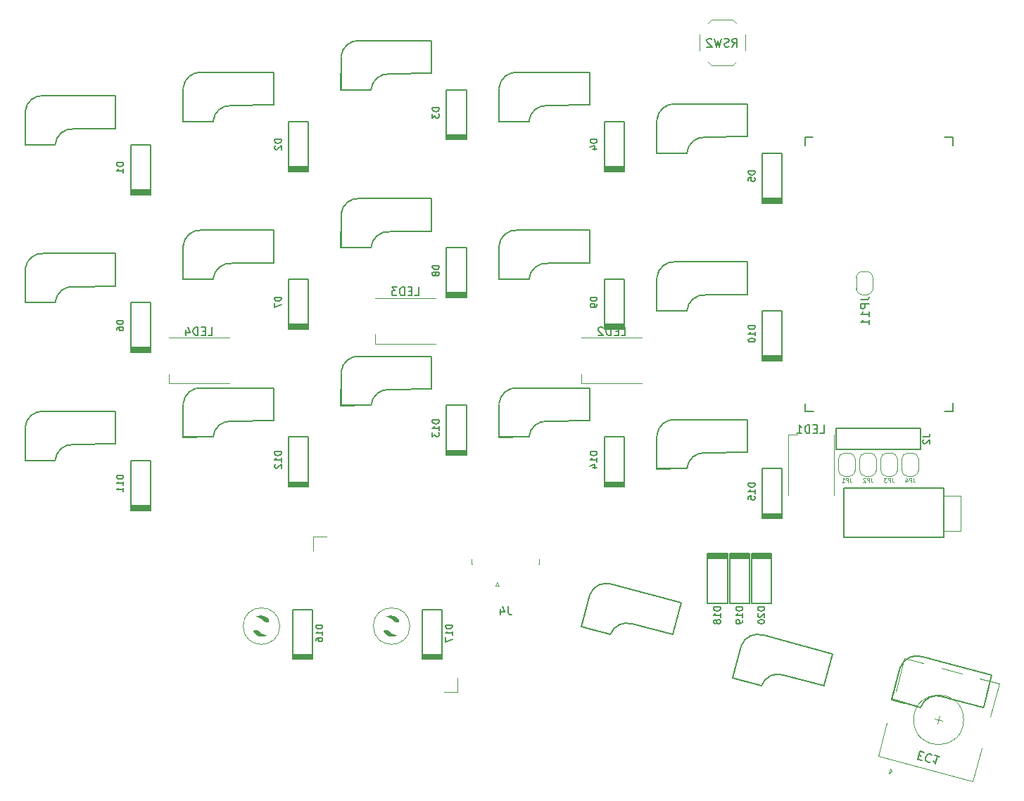
<source format=gbo>
G04 #@! TF.GenerationSoftware,KiCad,Pcbnew,(6.0.6-0)*
G04 #@! TF.CreationDate,2022-07-14T23:53:09+08:00*
G04 #@! TF.ProjectId,thrfv,74687266-762e-46b6-9963-61645f706362,rev?*
G04 #@! TF.SameCoordinates,Original*
G04 #@! TF.FileFunction,Legend,Bot*
G04 #@! TF.FilePolarity,Positive*
%FSLAX46Y46*%
G04 Gerber Fmt 4.6, Leading zero omitted, Abs format (unit mm)*
G04 Created by KiCad (PCBNEW (6.0.6-0)) date 2022-07-14 23:53:09*
%MOMM*%
%LPD*%
G01*
G04 APERTURE LIST*
%ADD10C,0.150000*%
%ADD11C,0.100000*%
%ADD12C,0.200000*%
%ADD13C,0.120000*%
G04 APERTURE END LIST*
D10*
X170831985Y-108851417D02*
X170031985Y-108851417D01*
X170031985Y-109041893D01*
X170070081Y-109156179D01*
X170146271Y-109232369D01*
X170222461Y-109270465D01*
X170374842Y-109308560D01*
X170489128Y-109308560D01*
X170641509Y-109270465D01*
X170717700Y-109232369D01*
X170793890Y-109156179D01*
X170831985Y-109041893D01*
X170831985Y-108851417D01*
X170831985Y-110070465D02*
X170831985Y-109613322D01*
X170831985Y-109841893D02*
X170031985Y-109841893D01*
X170146271Y-109765703D01*
X170222461Y-109689512D01*
X170260557Y-109613322D01*
X170298652Y-110756179D02*
X170831985Y-110756179D01*
X169993890Y-110565703D02*
X170565319Y-110375226D01*
X170565319Y-110870465D01*
X209539598Y-145412474D02*
X209861573Y-145498747D01*
X210135134Y-145029760D02*
X209675170Y-144906513D01*
X209416351Y-145872439D01*
X209876315Y-145995686D01*
X211076411Y-145380572D02*
X211042739Y-145322251D01*
X210917074Y-145239280D01*
X210825081Y-145214631D01*
X210674767Y-145223653D01*
X210558125Y-145290997D01*
X210487479Y-145370665D01*
X210392184Y-145542326D01*
X210355209Y-145680316D01*
X210351907Y-145876626D01*
X210373254Y-145980944D01*
X210440598Y-146097586D01*
X210566262Y-146180557D01*
X210658255Y-146205206D01*
X210808569Y-146196184D01*
X210866891Y-146162512D01*
X212020989Y-145535074D02*
X211469032Y-145387177D01*
X211745011Y-145461125D02*
X211486192Y-146427051D01*
X211431173Y-146264412D01*
X211363829Y-146147770D01*
X211284161Y-146077124D01*
X170831985Y-90231969D02*
X170031985Y-90231969D01*
X170031985Y-90422446D01*
X170070081Y-90536731D01*
X170146271Y-90612922D01*
X170222461Y-90651017D01*
X170374842Y-90689112D01*
X170489128Y-90689112D01*
X170641509Y-90651017D01*
X170717700Y-90612922D01*
X170793890Y-90536731D01*
X170831985Y-90422446D01*
X170831985Y-90231969D01*
X170831985Y-91070065D02*
X170831985Y-91222446D01*
X170793890Y-91298636D01*
X170755795Y-91336731D01*
X170641509Y-91412922D01*
X170489128Y-91451017D01*
X170184366Y-91451017D01*
X170108176Y-91412922D01*
X170070081Y-91374826D01*
X170031985Y-91298636D01*
X170031985Y-91146255D01*
X170070081Y-91070065D01*
X170108176Y-91031969D01*
X170184366Y-90993874D01*
X170374842Y-90993874D01*
X170451033Y-91031969D01*
X170489128Y-91070065D01*
X170527223Y-91146255D01*
X170527223Y-91298636D01*
X170489128Y-91374826D01*
X170451033Y-91412922D01*
X170374842Y-91451017D01*
X185666892Y-127542884D02*
X184866892Y-127542884D01*
X184866892Y-127733360D01*
X184904988Y-127847646D01*
X184981178Y-127923836D01*
X185057368Y-127961932D01*
X185209749Y-128000027D01*
X185324035Y-128000027D01*
X185476416Y-127961932D01*
X185552607Y-127923836D01*
X185628797Y-127847646D01*
X185666892Y-127733360D01*
X185666892Y-127542884D01*
X185666892Y-128761932D02*
X185666892Y-128304789D01*
X185666892Y-128533360D02*
X184866892Y-128533360D01*
X184981178Y-128457170D01*
X185057368Y-128380979D01*
X185095464Y-128304789D01*
X185209749Y-129219074D02*
X185171654Y-129142884D01*
X185133559Y-129104789D01*
X185057368Y-129066693D01*
X185019273Y-129066693D01*
X184943083Y-129104789D01*
X184904988Y-129142884D01*
X184866892Y-129219074D01*
X184866892Y-129371455D01*
X184904988Y-129447646D01*
X184943083Y-129485741D01*
X185019273Y-129523836D01*
X185057368Y-129523836D01*
X185133559Y-129485741D01*
X185171654Y-129447646D01*
X185209749Y-129371455D01*
X185209749Y-129219074D01*
X185247845Y-129142884D01*
X185285940Y-129104789D01*
X185362130Y-129066693D01*
X185514511Y-129066693D01*
X185590702Y-129104789D01*
X185628797Y-129142884D01*
X185666892Y-129219074D01*
X185666892Y-129371455D01*
X185628797Y-129447646D01*
X185590702Y-129485741D01*
X185514511Y-129523836D01*
X185362130Y-129523836D01*
X185285940Y-129485741D01*
X185247845Y-129447646D01*
X185209749Y-129371455D01*
X197637409Y-106615099D02*
X198113600Y-106615099D01*
X198113600Y-105615099D01*
X197304076Y-106091290D02*
X196970742Y-106091290D01*
X196827885Y-106615099D02*
X197304076Y-106615099D01*
X197304076Y-105615099D01*
X196827885Y-105615099D01*
X196399314Y-106615099D02*
X196399314Y-105615099D01*
X196161219Y-105615099D01*
X196018362Y-105662719D01*
X195923123Y-105757957D01*
X195875504Y-105853195D01*
X195827885Y-106043671D01*
X195827885Y-106186528D01*
X195875504Y-106377004D01*
X195923123Y-106472242D01*
X196018362Y-106567480D01*
X196161219Y-106615099D01*
X196399314Y-106615099D01*
X194875504Y-106615099D02*
X195446933Y-106615099D01*
X195161219Y-106615099D02*
X195161219Y-105615099D01*
X195256457Y-105757957D01*
X195351695Y-105853195D01*
X195446933Y-105900814D01*
X132832385Y-108850817D02*
X132032385Y-108850817D01*
X132032385Y-109041293D01*
X132070481Y-109155579D01*
X132146671Y-109231769D01*
X132222861Y-109269865D01*
X132375242Y-109307960D01*
X132489528Y-109307960D01*
X132641909Y-109269865D01*
X132718100Y-109231769D01*
X132794290Y-109155579D01*
X132832385Y-109041293D01*
X132832385Y-108850817D01*
X132832385Y-110069865D02*
X132832385Y-109612722D01*
X132832385Y-109841293D02*
X132032385Y-109841293D01*
X132146671Y-109765103D01*
X132222861Y-109688912D01*
X132260957Y-109612722D01*
X132108576Y-110374626D02*
X132070481Y-110412722D01*
X132032385Y-110488912D01*
X132032385Y-110679388D01*
X132070481Y-110755579D01*
X132108576Y-110793674D01*
X132184766Y-110831769D01*
X132260957Y-110831769D01*
X132375242Y-110793674D01*
X132832385Y-110336531D01*
X132832385Y-110831769D01*
X170831985Y-71232009D02*
X170031985Y-71232009D01*
X170031985Y-71422486D01*
X170070081Y-71536771D01*
X170146271Y-71612962D01*
X170222461Y-71651057D01*
X170374842Y-71689152D01*
X170489128Y-71689152D01*
X170641509Y-71651057D01*
X170717700Y-71612962D01*
X170793890Y-71536771D01*
X170831985Y-71422486D01*
X170831985Y-71232009D01*
X170298652Y-72374866D02*
X170831985Y-72374866D01*
X169993890Y-72184390D02*
X170565319Y-71993914D01*
X170565319Y-72489152D01*
X189831683Y-93661417D02*
X189031683Y-93661417D01*
X189031683Y-93851893D01*
X189069779Y-93966179D01*
X189145969Y-94042369D01*
X189222159Y-94080465D01*
X189374540Y-94118560D01*
X189488826Y-94118560D01*
X189641207Y-94080465D01*
X189717398Y-94042369D01*
X189793588Y-93966179D01*
X189831683Y-93851893D01*
X189831683Y-93661417D01*
X189831683Y-94880465D02*
X189831683Y-94423322D01*
X189831683Y-94651893D02*
X189031683Y-94651893D01*
X189145969Y-94575703D01*
X189222159Y-94499512D01*
X189260255Y-94423322D01*
X189031683Y-95375703D02*
X189031683Y-95451893D01*
X189069779Y-95528084D01*
X189107874Y-95566179D01*
X189184064Y-95604274D01*
X189336445Y-95642369D01*
X189526921Y-95642369D01*
X189679302Y-95604274D01*
X189755493Y-95566179D01*
X189793588Y-95528084D01*
X189831683Y-95451893D01*
X189831683Y-95375703D01*
X189793588Y-95299512D01*
X189755493Y-95261417D01*
X189679302Y-95223322D01*
X189526921Y-95185226D01*
X189336445Y-95185226D01*
X189184064Y-95223322D01*
X189107874Y-95261417D01*
X189069779Y-95299512D01*
X189031683Y-95375703D01*
X151831785Y-67421809D02*
X151031785Y-67421809D01*
X151031785Y-67612286D01*
X151069881Y-67726571D01*
X151146071Y-67802762D01*
X151222261Y-67840857D01*
X151374642Y-67878952D01*
X151488928Y-67878952D01*
X151641309Y-67840857D01*
X151717500Y-67802762D01*
X151793690Y-67726571D01*
X151831785Y-67612286D01*
X151831785Y-67421809D01*
X151031785Y-68145619D02*
X151031785Y-68640857D01*
X151336547Y-68374190D01*
X151336547Y-68488476D01*
X151374642Y-68564666D01*
X151412738Y-68602762D01*
X151488928Y-68640857D01*
X151679404Y-68640857D01*
X151755595Y-68602762D01*
X151793690Y-68564666D01*
X151831785Y-68488476D01*
X151831785Y-68259905D01*
X151793690Y-68183714D01*
X151755595Y-68145619D01*
X189831683Y-112661417D02*
X189031683Y-112661417D01*
X189031683Y-112851893D01*
X189069779Y-112966179D01*
X189145969Y-113042369D01*
X189222159Y-113080465D01*
X189374540Y-113118560D01*
X189488826Y-113118560D01*
X189641207Y-113080465D01*
X189717398Y-113042369D01*
X189793588Y-112966179D01*
X189831683Y-112851893D01*
X189831683Y-112661417D01*
X189831683Y-113880465D02*
X189831683Y-113423322D01*
X189831683Y-113651893D02*
X189031683Y-113651893D01*
X189145969Y-113575703D01*
X189222159Y-113499512D01*
X189260255Y-113423322D01*
X189031683Y-114604274D02*
X189031683Y-114223322D01*
X189412636Y-114185226D01*
X189374540Y-114223322D01*
X189336445Y-114299512D01*
X189336445Y-114489988D01*
X189374540Y-114566179D01*
X189412636Y-114604274D01*
X189488826Y-114642369D01*
X189679302Y-114642369D01*
X189755493Y-114604274D01*
X189793588Y-114566179D01*
X189831683Y-114489988D01*
X189831683Y-114299512D01*
X189793588Y-114223322D01*
X189755493Y-114185226D01*
X210043257Y-107034785D02*
X210623828Y-107034785D01*
X210739942Y-106996080D01*
X210817352Y-106918671D01*
X210856057Y-106802557D01*
X210856057Y-106725147D01*
X210120666Y-107383128D02*
X210081962Y-107421833D01*
X210043257Y-107499242D01*
X210043257Y-107692766D01*
X210081962Y-107770176D01*
X210120666Y-107808880D01*
X210198076Y-107847585D01*
X210275485Y-107847585D01*
X210391600Y-107808880D01*
X210856057Y-107344423D01*
X210856057Y-107847585D01*
X189831812Y-75042925D02*
X189031812Y-75042925D01*
X189031812Y-75233402D01*
X189069908Y-75347687D01*
X189146098Y-75423878D01*
X189222288Y-75461973D01*
X189374669Y-75500068D01*
X189488955Y-75500068D01*
X189641336Y-75461973D01*
X189717527Y-75423878D01*
X189793717Y-75347687D01*
X189831812Y-75233402D01*
X189831812Y-75042925D01*
X189031812Y-76223878D02*
X189031812Y-75842925D01*
X189412765Y-75804830D01*
X189374669Y-75842925D01*
X189336574Y-75919116D01*
X189336574Y-76109592D01*
X189374669Y-76185782D01*
X189412765Y-76223878D01*
X189488955Y-76261973D01*
X189679431Y-76261973D01*
X189755622Y-76223878D01*
X189793717Y-76185782D01*
X189831812Y-76109592D01*
X189831812Y-75919116D01*
X189793717Y-75842925D01*
X189755622Y-75804830D01*
X153408892Y-129699721D02*
X152608892Y-129699721D01*
X152608892Y-129890197D01*
X152646988Y-130004483D01*
X152723178Y-130080673D01*
X152799368Y-130118769D01*
X152951749Y-130156864D01*
X153066035Y-130156864D01*
X153218416Y-130118769D01*
X153294607Y-130080673D01*
X153370797Y-130004483D01*
X153408892Y-129890197D01*
X153408892Y-129699721D01*
X153408892Y-130918769D02*
X153408892Y-130461626D01*
X153408892Y-130690197D02*
X152608892Y-130690197D01*
X152723178Y-130614007D01*
X152799368Y-130537816D01*
X152837464Y-130461626D01*
X152608892Y-131185435D02*
X152608892Y-131718769D01*
X153408892Y-131375911D01*
X137787892Y-129699721D02*
X136987892Y-129699721D01*
X136987892Y-129890197D01*
X137025988Y-130004483D01*
X137102178Y-130080673D01*
X137178368Y-130118769D01*
X137330749Y-130156864D01*
X137445035Y-130156864D01*
X137597416Y-130118769D01*
X137673607Y-130080673D01*
X137749797Y-130004483D01*
X137787892Y-129890197D01*
X137787892Y-129699721D01*
X137787892Y-130918769D02*
X137787892Y-130461626D01*
X137787892Y-130690197D02*
X136987892Y-130690197D01*
X137102178Y-130614007D01*
X137178368Y-130537816D01*
X137216464Y-130461626D01*
X136987892Y-131604483D02*
X136987892Y-131452102D01*
X137025988Y-131375911D01*
X137064083Y-131337816D01*
X137178368Y-131261626D01*
X137330749Y-131223530D01*
X137635511Y-131223530D01*
X137711702Y-131261626D01*
X137749797Y-131299721D01*
X137787892Y-131375911D01*
X137787892Y-131528292D01*
X137749797Y-131604483D01*
X137711702Y-131642578D01*
X137635511Y-131680673D01*
X137445035Y-131680673D01*
X137368845Y-131642578D01*
X137330749Y-131604483D01*
X137292654Y-131528292D01*
X137292654Y-131375911D01*
X137330749Y-131299721D01*
X137368845Y-131261626D01*
X137445035Y-131223530D01*
X113832185Y-111661017D02*
X113032185Y-111661017D01*
X113032185Y-111851493D01*
X113070281Y-111965779D01*
X113146471Y-112041969D01*
X113222661Y-112080065D01*
X113375042Y-112118160D01*
X113489328Y-112118160D01*
X113641709Y-112080065D01*
X113717900Y-112041969D01*
X113794090Y-111965779D01*
X113832185Y-111851493D01*
X113832185Y-111661017D01*
X113832185Y-112880065D02*
X113832185Y-112422922D01*
X113832185Y-112651493D02*
X113032185Y-112651493D01*
X113146471Y-112575303D01*
X113222661Y-112499112D01*
X113260757Y-112422922D01*
X113832185Y-113641969D02*
X113832185Y-113184826D01*
X113832185Y-113413398D02*
X113032185Y-113413398D01*
X113146471Y-113337207D01*
X113222661Y-113261017D01*
X113260757Y-113184826D01*
X124053609Y-94834699D02*
X124529800Y-94834699D01*
X124529800Y-93834699D01*
X123720276Y-94310890D02*
X123386942Y-94310890D01*
X123244085Y-94834699D02*
X123720276Y-94834699D01*
X123720276Y-93834699D01*
X123244085Y-93834699D01*
X122815514Y-94834699D02*
X122815514Y-93834699D01*
X122577419Y-93834699D01*
X122434562Y-93882319D01*
X122339323Y-93977557D01*
X122291704Y-94072795D01*
X122244085Y-94263271D01*
X122244085Y-94406128D01*
X122291704Y-94596604D01*
X122339323Y-94691842D01*
X122434562Y-94787080D01*
X122577419Y-94834699D01*
X122815514Y-94834699D01*
X121386942Y-94168033D02*
X121386942Y-94834699D01*
X121625038Y-93787080D02*
X121863133Y-94501366D01*
X121244085Y-94501366D01*
X132832385Y-90232169D02*
X132032385Y-90232169D01*
X132032385Y-90422646D01*
X132070481Y-90536931D01*
X132146671Y-90613122D01*
X132222861Y-90651217D01*
X132375242Y-90689312D01*
X132489528Y-90689312D01*
X132641909Y-90651217D01*
X132718100Y-90613122D01*
X132794290Y-90536931D01*
X132832385Y-90422646D01*
X132832385Y-90232169D01*
X132032385Y-90955979D02*
X132032385Y-91489312D01*
X132832385Y-91146455D01*
X113832185Y-93041569D02*
X113032185Y-93041569D01*
X113032185Y-93232046D01*
X113070281Y-93346331D01*
X113146471Y-93422522D01*
X113222661Y-93460617D01*
X113375042Y-93498712D01*
X113489328Y-93498712D01*
X113641709Y-93460617D01*
X113717900Y-93422522D01*
X113794090Y-93346331D01*
X113832185Y-93232046D01*
X113832185Y-93041569D01*
X113032185Y-94184426D02*
X113032185Y-94032046D01*
X113070281Y-93955855D01*
X113108376Y-93917760D01*
X113222661Y-93841569D01*
X113375042Y-93803474D01*
X113679804Y-93803474D01*
X113755995Y-93841569D01*
X113794090Y-93879665D01*
X113832185Y-93955855D01*
X113832185Y-94108236D01*
X113794090Y-94184426D01*
X113755995Y-94222522D01*
X113679804Y-94260617D01*
X113489328Y-94260617D01*
X113413138Y-94222522D01*
X113375042Y-94184426D01*
X113336947Y-94108236D01*
X113336947Y-93955855D01*
X113375042Y-93879665D01*
X113413138Y-93841569D01*
X113489328Y-93803474D01*
X188325561Y-127542884D02*
X187525561Y-127542884D01*
X187525561Y-127733360D01*
X187563657Y-127847646D01*
X187639847Y-127923836D01*
X187716037Y-127961932D01*
X187868418Y-128000027D01*
X187982704Y-128000027D01*
X188135085Y-127961932D01*
X188211276Y-127923836D01*
X188287466Y-127847646D01*
X188325561Y-127733360D01*
X188325561Y-127542884D01*
X188325561Y-128761932D02*
X188325561Y-128304789D01*
X188325561Y-128533360D02*
X187525561Y-128533360D01*
X187639847Y-128457170D01*
X187716037Y-128380979D01*
X187754133Y-128304789D01*
X188325561Y-129142884D02*
X188325561Y-129295265D01*
X188287466Y-129371455D01*
X188249371Y-129409551D01*
X188135085Y-129485741D01*
X187982704Y-129523836D01*
X187677942Y-129523836D01*
X187601752Y-129485741D01*
X187563657Y-129447646D01*
X187525561Y-129371455D01*
X187525561Y-129219074D01*
X187563657Y-129142884D01*
X187601752Y-129104789D01*
X187677942Y-129066693D01*
X187868418Y-129066693D01*
X187944609Y-129104789D01*
X187982704Y-129142884D01*
X188020799Y-129219074D01*
X188020799Y-129371455D01*
X187982704Y-129447646D01*
X187944609Y-129485741D01*
X187868418Y-129523836D01*
X132832385Y-71232569D02*
X132032385Y-71232569D01*
X132032385Y-71423046D01*
X132070481Y-71537331D01*
X132146671Y-71613522D01*
X132222861Y-71651617D01*
X132375242Y-71689712D01*
X132489528Y-71689712D01*
X132641909Y-71651617D01*
X132718100Y-71613522D01*
X132794290Y-71537331D01*
X132832385Y-71423046D01*
X132832385Y-71232569D01*
X132108576Y-71994474D02*
X132070481Y-72032569D01*
X132032385Y-72108760D01*
X132032385Y-72299236D01*
X132070481Y-72375426D01*
X132108576Y-72413522D01*
X132184766Y-72451617D01*
X132260957Y-72451617D01*
X132375242Y-72413522D01*
X132832385Y-71956379D01*
X132832385Y-72451617D01*
X151831785Y-105041017D02*
X151031785Y-105041017D01*
X151031785Y-105231493D01*
X151069881Y-105345779D01*
X151146071Y-105421969D01*
X151222261Y-105460065D01*
X151374642Y-105498160D01*
X151488928Y-105498160D01*
X151641309Y-105460065D01*
X151717500Y-105421969D01*
X151793690Y-105345779D01*
X151831785Y-105231493D01*
X151831785Y-105041017D01*
X151831785Y-106260065D02*
X151831785Y-105802922D01*
X151831785Y-106031493D02*
X151031785Y-106031493D01*
X151146071Y-105955303D01*
X151222261Y-105879112D01*
X151260357Y-105802922D01*
X151031785Y-106526731D02*
X151031785Y-107021969D01*
X151336547Y-106755303D01*
X151336547Y-106869588D01*
X151374642Y-106945779D01*
X151412738Y-106983874D01*
X151488928Y-107021969D01*
X151679404Y-107021969D01*
X151755595Y-106983874D01*
X151793690Y-106945779D01*
X151831785Y-106869588D01*
X151831785Y-106641017D01*
X151793690Y-106564826D01*
X151755595Y-106526731D01*
X113832185Y-74041169D02*
X113032185Y-74041169D01*
X113032185Y-74231646D01*
X113070281Y-74345931D01*
X113146471Y-74422122D01*
X113222661Y-74460217D01*
X113375042Y-74498312D01*
X113489328Y-74498312D01*
X113641709Y-74460217D01*
X113717900Y-74422122D01*
X113794090Y-74345931D01*
X113832185Y-74231646D01*
X113832185Y-74041169D01*
X113832185Y-75260217D02*
X113832185Y-74803074D01*
X113832185Y-75031646D02*
X113032185Y-75031646D01*
X113146471Y-74955455D01*
X113222661Y-74879265D01*
X113260757Y-74803074D01*
X173726409Y-94834699D02*
X174202600Y-94834699D01*
X174202600Y-93834699D01*
X173393076Y-94310890D02*
X173059742Y-94310890D01*
X172916885Y-94834699D02*
X173393076Y-94834699D01*
X173393076Y-93834699D01*
X172916885Y-93834699D01*
X172488314Y-94834699D02*
X172488314Y-93834699D01*
X172250219Y-93834699D01*
X172107362Y-93882319D01*
X172012123Y-93977557D01*
X171964504Y-94072795D01*
X171916885Y-94263271D01*
X171916885Y-94406128D01*
X171964504Y-94596604D01*
X172012123Y-94691842D01*
X172107362Y-94787080D01*
X172250219Y-94834699D01*
X172488314Y-94834699D01*
X171535933Y-93929938D02*
X171488314Y-93882319D01*
X171393076Y-93834699D01*
X171154981Y-93834699D01*
X171059742Y-93882319D01*
X171012123Y-93929938D01*
X170964504Y-94025176D01*
X170964504Y-94120414D01*
X171012123Y-94263271D01*
X171583552Y-94834699D01*
X170964504Y-94834699D01*
X190984231Y-127542884D02*
X190184231Y-127542884D01*
X190184231Y-127733360D01*
X190222327Y-127847646D01*
X190298517Y-127923836D01*
X190374707Y-127961932D01*
X190527088Y-128000027D01*
X190641374Y-128000027D01*
X190793755Y-127961932D01*
X190869946Y-127923836D01*
X190946136Y-127847646D01*
X190984231Y-127733360D01*
X190984231Y-127542884D01*
X190260422Y-128304789D02*
X190222327Y-128342884D01*
X190184231Y-128419074D01*
X190184231Y-128609551D01*
X190222327Y-128685741D01*
X190260422Y-128723836D01*
X190336612Y-128761932D01*
X190412803Y-128761932D01*
X190527088Y-128723836D01*
X190984231Y-128266693D01*
X190984231Y-128761932D01*
X190184231Y-129257170D02*
X190184231Y-129333360D01*
X190222327Y-129409551D01*
X190260422Y-129447646D01*
X190336612Y-129485741D01*
X190488993Y-129523836D01*
X190679469Y-129523836D01*
X190831850Y-129485741D01*
X190908041Y-129447646D01*
X190946136Y-129409551D01*
X190984231Y-129333360D01*
X190984231Y-129257170D01*
X190946136Y-129180979D01*
X190908041Y-129142884D01*
X190831850Y-129104789D01*
X190679469Y-129066693D01*
X190488993Y-129066693D01*
X190336612Y-129104789D01*
X190260422Y-129142884D01*
X190222327Y-129180979D01*
X190184231Y-129257170D01*
X151831785Y-86421769D02*
X151031785Y-86421769D01*
X151031785Y-86612246D01*
X151069881Y-86726531D01*
X151146071Y-86802722D01*
X151222261Y-86840817D01*
X151374642Y-86878912D01*
X151488928Y-86878912D01*
X151641309Y-86840817D01*
X151717500Y-86802722D01*
X151793690Y-86726531D01*
X151831785Y-86612246D01*
X151831785Y-86421769D01*
X151374642Y-87336055D02*
X151336547Y-87259865D01*
X151298452Y-87221769D01*
X151222261Y-87183674D01*
X151184166Y-87183674D01*
X151107976Y-87221769D01*
X151069881Y-87259865D01*
X151031785Y-87336055D01*
X151031785Y-87488436D01*
X151069881Y-87564626D01*
X151107976Y-87602722D01*
X151184166Y-87640817D01*
X151222261Y-87640817D01*
X151298452Y-87602722D01*
X151336547Y-87564626D01*
X151374642Y-87488436D01*
X151374642Y-87336055D01*
X151412738Y-87259865D01*
X151450833Y-87221769D01*
X151527023Y-87183674D01*
X151679404Y-87183674D01*
X151755595Y-87221769D01*
X151793690Y-87259865D01*
X151831785Y-87336055D01*
X151831785Y-87488436D01*
X151793690Y-87564626D01*
X151755595Y-87602722D01*
X151679404Y-87640817D01*
X151527023Y-87640817D01*
X151450833Y-87602722D01*
X151412738Y-87564626D01*
X151374642Y-87488436D01*
X148890009Y-90034099D02*
X149366200Y-90034099D01*
X149366200Y-89034099D01*
X148556676Y-89510290D02*
X148223342Y-89510290D01*
X148080485Y-90034099D02*
X148556676Y-90034099D01*
X148556676Y-89034099D01*
X148080485Y-89034099D01*
X147651914Y-90034099D02*
X147651914Y-89034099D01*
X147413819Y-89034099D01*
X147270962Y-89081719D01*
X147175723Y-89176957D01*
X147128104Y-89272195D01*
X147080485Y-89462671D01*
X147080485Y-89605528D01*
X147128104Y-89796004D01*
X147175723Y-89891242D01*
X147270962Y-89986480D01*
X147413819Y-90034099D01*
X147651914Y-90034099D01*
X146747152Y-89034099D02*
X146128104Y-89034099D01*
X146461438Y-89415052D01*
X146318581Y-89415052D01*
X146223342Y-89462671D01*
X146175723Y-89510290D01*
X146128104Y-89605528D01*
X146128104Y-89843623D01*
X146175723Y-89938861D01*
X146223342Y-89986480D01*
X146318581Y-90034099D01*
X146604295Y-90034099D01*
X146699533Y-89986480D01*
X146747152Y-89938861D01*
D11*
X203828020Y-111995338D02*
X203828020Y-112352481D01*
X203851830Y-112423909D01*
X203899449Y-112471528D01*
X203970877Y-112495338D01*
X204018496Y-112495338D01*
X203589925Y-112495338D02*
X203589925Y-111995338D01*
X203399449Y-111995338D01*
X203351830Y-112019148D01*
X203328020Y-112042957D01*
X203304211Y-112090576D01*
X203304211Y-112162005D01*
X203328020Y-112209624D01*
X203351830Y-112233433D01*
X203399449Y-112257243D01*
X203589925Y-112257243D01*
X203113734Y-112042957D02*
X203089925Y-112019148D01*
X203042306Y-111995338D01*
X202923258Y-111995338D01*
X202875639Y-112019148D01*
X202851830Y-112042957D01*
X202828020Y-112090576D01*
X202828020Y-112138195D01*
X202851830Y-112209624D01*
X203137544Y-112495338D01*
X202828020Y-112495338D01*
D10*
X202539108Y-90560710D02*
X203253394Y-90560710D01*
X203396251Y-90513091D01*
X203491489Y-90417853D01*
X203539108Y-90274995D01*
X203539108Y-90179757D01*
X203539108Y-91036900D02*
X202539108Y-91036900D01*
X202539108Y-91417853D01*
X202586728Y-91513091D01*
X202634347Y-91560710D01*
X202729585Y-91608329D01*
X202872442Y-91608329D01*
X202967680Y-91560710D01*
X203015299Y-91513091D01*
X203062918Y-91417853D01*
X203062918Y-91036900D01*
X203539108Y-92560710D02*
X203539108Y-91989281D01*
X203539108Y-92274995D02*
X202539108Y-92274995D01*
X202681966Y-92179757D01*
X202777204Y-92084519D01*
X202824823Y-91989281D01*
X203539108Y-93513091D02*
X203539108Y-92941662D01*
X203539108Y-93227376D02*
X202539108Y-93227376D01*
X202681966Y-93132138D01*
X202777204Y-93036900D01*
X202824823Y-92941662D01*
D11*
X201288020Y-111995338D02*
X201288020Y-112352481D01*
X201311830Y-112423909D01*
X201359449Y-112471528D01*
X201430877Y-112495338D01*
X201478496Y-112495338D01*
X201049925Y-112495338D02*
X201049925Y-111995338D01*
X200859449Y-111995338D01*
X200811830Y-112019148D01*
X200788020Y-112042957D01*
X200764211Y-112090576D01*
X200764211Y-112162005D01*
X200788020Y-112209624D01*
X200811830Y-112233433D01*
X200859449Y-112257243D01*
X201049925Y-112257243D01*
X200288020Y-112495338D02*
X200573734Y-112495338D01*
X200430877Y-112495338D02*
X200430877Y-111995338D01*
X200478496Y-112066767D01*
X200526115Y-112114386D01*
X200573734Y-112138195D01*
D10*
X160146032Y-127471502D02*
X160146032Y-128185788D01*
X160193651Y-128328645D01*
X160288889Y-128423883D01*
X160431746Y-128471502D01*
X160526984Y-128471502D01*
X159241270Y-127804836D02*
X159241270Y-128471502D01*
X159479365Y-127423883D02*
X159717460Y-128138169D01*
X159098413Y-128138169D01*
X187090047Y-60097556D02*
X187423381Y-59621366D01*
X187661476Y-60097556D02*
X187661476Y-59097556D01*
X187280523Y-59097556D01*
X187185285Y-59145176D01*
X187137666Y-59192795D01*
X187090047Y-59288033D01*
X187090047Y-59430890D01*
X187137666Y-59526128D01*
X187185285Y-59573747D01*
X187280523Y-59621366D01*
X187661476Y-59621366D01*
X186709095Y-60049937D02*
X186566238Y-60097556D01*
X186328142Y-60097556D01*
X186232904Y-60049937D01*
X186185285Y-60002318D01*
X186137666Y-59907080D01*
X186137666Y-59811842D01*
X186185285Y-59716604D01*
X186232904Y-59668985D01*
X186328142Y-59621366D01*
X186518619Y-59573747D01*
X186613857Y-59526128D01*
X186661476Y-59478509D01*
X186709095Y-59383271D01*
X186709095Y-59288033D01*
X186661476Y-59192795D01*
X186613857Y-59145176D01*
X186518619Y-59097556D01*
X186280523Y-59097556D01*
X186137666Y-59145176D01*
X185804333Y-59097556D02*
X185566238Y-60097556D01*
X185375762Y-59383271D01*
X185185285Y-60097556D01*
X184947190Y-59097556D01*
X184613857Y-59192795D02*
X184566238Y-59145176D01*
X184471000Y-59097556D01*
X184232904Y-59097556D01*
X184137666Y-59145176D01*
X184090047Y-59192795D01*
X184042428Y-59288033D01*
X184042428Y-59383271D01*
X184090047Y-59526128D01*
X184661476Y-60097556D01*
X184042428Y-60097556D01*
D11*
X206368020Y-111995338D02*
X206368020Y-112352481D01*
X206391830Y-112423909D01*
X206439449Y-112471528D01*
X206510877Y-112495338D01*
X206558496Y-112495338D01*
X206129925Y-112495338D02*
X206129925Y-111995338D01*
X205939449Y-111995338D01*
X205891830Y-112019148D01*
X205868020Y-112042957D01*
X205844211Y-112090576D01*
X205844211Y-112162005D01*
X205868020Y-112209624D01*
X205891830Y-112233433D01*
X205939449Y-112257243D01*
X206129925Y-112257243D01*
X205677544Y-111995338D02*
X205368020Y-111995338D01*
X205534687Y-112185814D01*
X205463258Y-112185814D01*
X205415639Y-112209624D01*
X205391830Y-112233433D01*
X205368020Y-112281052D01*
X205368020Y-112400100D01*
X205391830Y-112447719D01*
X205415639Y-112471528D01*
X205463258Y-112495338D01*
X205606115Y-112495338D01*
X205653734Y-112471528D01*
X205677544Y-112447719D01*
X208908020Y-111995338D02*
X208908020Y-112352481D01*
X208931830Y-112423909D01*
X208979449Y-112471528D01*
X209050877Y-112495338D01*
X209098496Y-112495338D01*
X208669925Y-112495338D02*
X208669925Y-111995338D01*
X208479449Y-111995338D01*
X208431830Y-112019148D01*
X208408020Y-112042957D01*
X208384211Y-112090576D01*
X208384211Y-112162005D01*
X208408020Y-112209624D01*
X208431830Y-112233433D01*
X208479449Y-112257243D01*
X208669925Y-112257243D01*
X207955639Y-112162005D02*
X207955639Y-112495338D01*
X208074687Y-111971528D02*
X208193734Y-112328671D01*
X207884211Y-112328671D01*
D10*
X188925815Y-85964484D02*
X180300815Y-85964484D01*
X178012626Y-89891594D02*
X178012626Y-91891594D01*
X178012626Y-91891594D02*
X179612626Y-91891594D01*
X188925815Y-89918484D02*
X183875815Y-89964484D01*
X178025815Y-91872484D02*
X181635815Y-91872484D01*
X188925815Y-89872484D02*
X188925815Y-85964484D01*
X178025815Y-87918484D02*
X178025815Y-91863484D01*
X183900815Y-89968485D02*
G75*
G03*
X181640816Y-91848483I-190001J-2069997D01*
G01*
X180300815Y-85964484D02*
G75*
G03*
X178036815Y-87848484I-190000J-2074000D01*
G01*
X131926517Y-86062284D02*
X131926517Y-82154284D01*
X121026517Y-84108284D02*
X121026517Y-88053284D01*
X121013328Y-88081394D02*
X122613328Y-88081394D01*
X131926517Y-86108284D02*
X126876517Y-86154284D01*
X131926517Y-82154284D02*
X123301517Y-82154284D01*
X121026517Y-88062284D02*
X124636517Y-88062284D01*
X121013328Y-86081394D02*
X121013328Y-88081394D01*
X123301517Y-82154284D02*
G75*
G03*
X121037517Y-84038284I-190000J-2074000D01*
G01*
X126901517Y-86158285D02*
G75*
G03*
X124641518Y-88038283I-190001J-2069997D01*
G01*
X121013328Y-105080994D02*
X121013328Y-107080994D01*
X121026517Y-103107884D02*
X121026517Y-107052884D01*
X131926517Y-105061884D02*
X131926517Y-101153884D01*
X121013328Y-107080994D02*
X122613328Y-107080994D01*
X131926517Y-105107884D02*
X126876517Y-105153884D01*
X121026517Y-107061884D02*
X124636517Y-107061884D01*
X131926517Y-101153884D02*
X123301517Y-101153884D01*
X123301517Y-101153884D02*
G75*
G03*
X121037517Y-103037884I-190000J-2074000D01*
G01*
X126901517Y-105157885D02*
G75*
G03*
X124641518Y-107037883I-190001J-2069997D01*
G01*
D12*
X174109928Y-107069994D02*
X171709928Y-107069994D01*
X171709928Y-107069994D02*
X171709928Y-113069994D01*
X171709928Y-113069994D02*
X174109928Y-113069994D01*
X174109928Y-113069994D02*
X174109928Y-107069994D01*
G36*
X174109928Y-113069994D02*
G01*
X171709928Y-113069994D01*
X171709928Y-112511594D01*
X174109928Y-112511594D01*
X174109928Y-113069994D01*
G37*
X174109928Y-113069994D02*
X171709928Y-113069994D01*
X171709928Y-112511594D01*
X174109928Y-112511594D01*
X174109928Y-113069994D01*
D13*
X216044354Y-148531893D02*
X204646429Y-145477828D01*
X205707588Y-141517532D02*
X204646429Y-145477828D01*
X211794778Y-141595676D02*
X212053598Y-140629750D01*
X219201947Y-136747598D02*
X216883725Y-136126432D01*
X206100395Y-147006221D02*
X205945104Y-147585776D01*
X206312527Y-147373644D02*
X206100395Y-147006221D01*
X214758688Y-135557030D02*
X212247281Y-134884101D01*
X207804022Y-133693533D02*
X206742864Y-137653829D01*
X210122244Y-134314699D02*
X207804022Y-133693533D01*
X217105512Y-144571597D02*
X216044354Y-148531893D01*
X205945104Y-147585776D02*
X206312527Y-147373644D01*
X212407151Y-141242123D02*
X211441225Y-140983303D01*
X218140788Y-140707894D02*
X219201947Y-136747598D01*
X214924188Y-141112713D02*
G75*
G03*
X214924188Y-141112713I-3000000J0D01*
G01*
D10*
X206281628Y-138653400D02*
X209768620Y-139587737D01*
X207304998Y-134834129D02*
X206283957Y-138644707D01*
X206781580Y-136736594D02*
X206263942Y-138668445D01*
X206263942Y-138668445D02*
X207809424Y-139082556D01*
X218339322Y-135767838D02*
X210008212Y-133535524D01*
X217315952Y-139587109D02*
X212426121Y-138324505D01*
X217327858Y-139542676D02*
X218339322Y-135767838D01*
X210008212Y-133535523D02*
G75*
G03*
X207333741Y-134769361I-720316J-1954155D01*
G01*
X212449234Y-138334840D02*
G75*
G03*
X209779663Y-139565848I-719282J-1950288D01*
G01*
D12*
X174109928Y-88069594D02*
X171709928Y-88069594D01*
X171709928Y-88069594D02*
X171709928Y-94069594D01*
X171709928Y-94069594D02*
X174109928Y-94069594D01*
X174109928Y-94069594D02*
X174109928Y-88069594D01*
G36*
X174109928Y-94069594D02*
G01*
X171709928Y-94069594D01*
X171709928Y-93511194D01*
X174109928Y-93511194D01*
X174109928Y-94069594D01*
G37*
X174109928Y-94069594D02*
X171709928Y-94069594D01*
X171709928Y-93511194D01*
X174109928Y-93511194D01*
X174109928Y-94069594D01*
X184121473Y-127080234D02*
X186521473Y-127080234D01*
X186521473Y-127080234D02*
X186521473Y-121080234D01*
X186521473Y-121080234D02*
X184121473Y-121080234D01*
X184121473Y-121080234D02*
X184121473Y-127080234D01*
G36*
X186521473Y-121638634D02*
G01*
X184121473Y-121638634D01*
X184121473Y-121080234D01*
X186521473Y-121080234D01*
X186521473Y-121638634D01*
G37*
X186521473Y-121638634D02*
X184121473Y-121638634D01*
X184121473Y-121080234D01*
X186521473Y-121080234D01*
X186521473Y-121638634D01*
D11*
X132654580Y-129833913D02*
G75*
G03*
X132654580Y-129833913I-2200000J0D01*
G01*
G36*
X129912162Y-130302484D02*
G01*
X130088711Y-130379925D01*
X130257670Y-130504846D01*
X130508513Y-130699994D01*
X130746695Y-130835338D01*
X130973396Y-130911535D01*
X130994170Y-130915682D01*
X131074817Y-130937510D01*
X131094634Y-130962275D01*
X131053331Y-130991350D01*
X130972215Y-131019804D01*
X130793133Y-131055902D01*
X130586417Y-131070587D01*
X130381528Y-131063162D01*
X130224992Y-131037496D01*
X129992443Y-130958008D01*
X129794676Y-130848733D01*
X129640749Y-130715734D01*
X129549543Y-130585446D01*
X129497449Y-130457457D01*
X129493815Y-130366912D01*
X129541001Y-130309753D01*
X129641371Y-130281921D01*
X129728729Y-130277612D01*
X129912162Y-130302484D01*
G37*
G36*
X130459131Y-128553784D02*
G01*
X130708794Y-128606024D01*
X130733344Y-128613004D01*
X130921463Y-128685305D01*
X131088268Y-128783248D01*
X131224577Y-128898551D01*
X131321208Y-129022933D01*
X131368980Y-129148113D01*
X131372461Y-129189418D01*
X131349590Y-129291924D01*
X131282756Y-129352683D01*
X131174630Y-129370846D01*
X131027880Y-129345565D01*
X130955537Y-129321850D01*
X130880310Y-129284523D01*
X130772565Y-129218629D01*
X130648224Y-129134343D01*
X130552362Y-129064200D01*
X130411575Y-128965653D01*
X130259265Y-128872508D01*
X130108833Y-128791674D01*
X129973682Y-128730065D01*
X129867212Y-128694590D01*
X129824253Y-128688712D01*
X129792149Y-128668868D01*
X129790776Y-128661039D01*
X129818562Y-128640744D01*
X129891826Y-128612941D01*
X129995429Y-128583264D01*
X130008499Y-128580011D01*
X130231944Y-128545397D01*
X130459131Y-128553784D01*
G37*
D10*
X104301317Y-65963284D02*
G75*
G03*
X102037317Y-67847284I-190000J-2074000D01*
G01*
X107901317Y-69967285D02*
G75*
G03*
X105641318Y-71847283I-190001J-2069997D01*
G01*
X112926317Y-65963284D02*
X104301317Y-65963284D01*
X112926317Y-69917284D02*
X107876317Y-69963284D01*
X102013128Y-71890394D02*
X103613128Y-71890394D01*
X102026317Y-71871284D02*
X105636317Y-71871284D01*
X112926317Y-69871284D02*
X112926317Y-65963284D01*
X102013128Y-69890394D02*
X102013128Y-71890394D01*
X102026317Y-67917284D02*
X102026317Y-71862284D01*
D13*
X193793762Y-114073833D02*
X193793762Y-106773833D01*
X193793762Y-106773833D02*
X194943762Y-106773833D01*
X199293762Y-114073833D02*
X199293762Y-106773833D01*
D10*
X104301317Y-84963684D02*
G75*
G03*
X102037317Y-86847684I-190000J-2074000D01*
G01*
X107901317Y-88967685D02*
G75*
G03*
X105641318Y-90847683I-190001J-2069997D01*
G01*
X112926317Y-88871684D02*
X112926317Y-84963684D01*
X102026317Y-90871684D02*
X105636317Y-90871684D01*
X112926317Y-84963684D02*
X104301317Y-84963684D01*
X112926317Y-88917684D02*
X107876317Y-88963684D01*
X102026317Y-86917684D02*
X102026317Y-90862684D01*
X102013128Y-90890794D02*
X103613128Y-90890794D01*
X102013128Y-88890794D02*
X102013128Y-90890794D01*
D12*
X136110328Y-107069394D02*
X133710328Y-107069394D01*
X133710328Y-107069394D02*
X133710328Y-113069394D01*
X133710328Y-113069394D02*
X136110328Y-113069394D01*
X136110328Y-113069394D02*
X136110328Y-107069394D01*
G36*
X136110328Y-113069394D02*
G01*
X133710328Y-113069394D01*
X133710328Y-112510994D01*
X136110328Y-112510994D01*
X136110328Y-113069394D01*
G37*
X136110328Y-113069394D02*
X133710328Y-113069394D01*
X133710328Y-112510994D01*
X136110328Y-112510994D01*
X136110328Y-113069394D01*
X174109928Y-69069634D02*
X171709928Y-69069634D01*
X171709928Y-69069634D02*
X171709928Y-75069634D01*
X171709928Y-75069634D02*
X174109928Y-75069634D01*
X174109928Y-75069634D02*
X174109928Y-69069634D01*
G36*
X174109928Y-75069634D02*
G01*
X171709928Y-75069634D01*
X171709928Y-74511234D01*
X174109928Y-74511234D01*
X174109928Y-75069634D01*
G37*
X174109928Y-75069634D02*
X171709928Y-75069634D01*
X171709928Y-74511234D01*
X174109928Y-74511234D01*
X174109928Y-75069634D01*
X193109626Y-91879994D02*
X190709626Y-91879994D01*
X190709626Y-91879994D02*
X190709626Y-97879994D01*
X190709626Y-97879994D02*
X193109626Y-97879994D01*
X193109626Y-97879994D02*
X193109626Y-91879994D01*
G36*
X193109626Y-97879994D02*
G01*
X190709626Y-97879994D01*
X190709626Y-97321594D01*
X193109626Y-97321594D01*
X193109626Y-97879994D01*
G37*
X193109626Y-97879994D02*
X190709626Y-97879994D01*
X190709626Y-97321594D01*
X193109626Y-97321594D01*
X193109626Y-97879994D01*
X155109728Y-65259434D02*
X152709728Y-65259434D01*
X152709728Y-65259434D02*
X152709728Y-71259434D01*
X152709728Y-71259434D02*
X155109728Y-71259434D01*
X155109728Y-71259434D02*
X155109728Y-65259434D01*
G36*
X155109728Y-71259434D02*
G01*
X152709728Y-71259434D01*
X152709728Y-70701034D01*
X155109728Y-70701034D01*
X155109728Y-71259434D01*
G37*
X155109728Y-71259434D02*
X152709728Y-71259434D01*
X152709728Y-70701034D01*
X155109728Y-70701034D01*
X155109728Y-71259434D01*
X193109626Y-110879994D02*
X190709626Y-110879994D01*
X190709626Y-110879994D02*
X190709626Y-116879994D01*
X190709626Y-116879994D02*
X193109626Y-116879994D01*
X193109626Y-116879994D02*
X193109626Y-110879994D01*
G36*
X193109626Y-116879994D02*
G01*
X190709626Y-116879994D01*
X190709626Y-116321594D01*
X193109626Y-116321594D01*
X193109626Y-116879994D01*
G37*
X193109626Y-116879994D02*
X190709626Y-116879994D01*
X190709626Y-116321594D01*
X193109626Y-116321594D01*
X193109626Y-116879994D01*
D10*
X209770639Y-108534021D02*
X199610639Y-108534021D01*
X199610639Y-108534021D02*
X199610639Y-105994021D01*
X199610639Y-105994021D02*
X209770639Y-105994021D01*
X209770639Y-105994021D02*
X209770639Y-108534021D01*
X199187722Y-133177040D02*
X190856612Y-130944726D01*
X187130028Y-136062602D02*
X190617020Y-136996939D01*
X198176258Y-136951878D02*
X199187722Y-133177040D01*
X187112342Y-136077647D02*
X188657824Y-136491758D01*
X188153398Y-132243331D02*
X187132357Y-136053909D01*
X187629980Y-134145796D02*
X187112342Y-136077647D01*
X198164352Y-136996311D02*
X193274521Y-135733707D01*
X190856612Y-130944725D02*
G75*
G03*
X188182141Y-132178563I-720316J-1954155D01*
G01*
X193297634Y-135744042D02*
G75*
G03*
X190628063Y-136975050I-719282J-1950288D01*
G01*
D11*
X148312954Y-129833913D02*
G75*
G03*
X148312954Y-129833913I-2200000J0D01*
G01*
G36*
X145570536Y-130302484D02*
G01*
X145747085Y-130379925D01*
X145916044Y-130504846D01*
X146166887Y-130699994D01*
X146405069Y-130835338D01*
X146631770Y-130911535D01*
X146652544Y-130915682D01*
X146733191Y-130937510D01*
X146753008Y-130962275D01*
X146711705Y-130991350D01*
X146630589Y-131019804D01*
X146451507Y-131055902D01*
X146244791Y-131070587D01*
X146039902Y-131063162D01*
X145883366Y-131037496D01*
X145650817Y-130958008D01*
X145453050Y-130848733D01*
X145299123Y-130715734D01*
X145207917Y-130585446D01*
X145155823Y-130457457D01*
X145152189Y-130366912D01*
X145199375Y-130309753D01*
X145299745Y-130281921D01*
X145387103Y-130277612D01*
X145570536Y-130302484D01*
G37*
G36*
X146117505Y-128553784D02*
G01*
X146367168Y-128606024D01*
X146391718Y-128613004D01*
X146579837Y-128685305D01*
X146746642Y-128783248D01*
X146882951Y-128898551D01*
X146979582Y-129022933D01*
X147027354Y-129148113D01*
X147030835Y-129189418D01*
X147007964Y-129291924D01*
X146941130Y-129352683D01*
X146833004Y-129370846D01*
X146686254Y-129345565D01*
X146613911Y-129321850D01*
X146538684Y-129284523D01*
X146430939Y-129218629D01*
X146306598Y-129134343D01*
X146210736Y-129064200D01*
X146069949Y-128965653D01*
X145917639Y-128872508D01*
X145767207Y-128791674D01*
X145632056Y-128730065D01*
X145525586Y-128694590D01*
X145482627Y-128688712D01*
X145450523Y-128668868D01*
X145449150Y-128661039D01*
X145476936Y-128640744D01*
X145550200Y-128612941D01*
X145653803Y-128583264D01*
X145666873Y-128580011D01*
X145890318Y-128545397D01*
X146117505Y-128553784D01*
G37*
D12*
X193109755Y-72880550D02*
X190709755Y-72880550D01*
X190709755Y-72880550D02*
X190709755Y-78880550D01*
X190709755Y-78880550D02*
X193109755Y-78880550D01*
X193109755Y-78880550D02*
X193109755Y-72880550D01*
G36*
X193109755Y-78880550D02*
G01*
X190709755Y-78880550D01*
X190709755Y-78322150D01*
X193109755Y-78322150D01*
X193109755Y-78880550D01*
G37*
X193109755Y-78880550D02*
X190709755Y-78880550D01*
X190709755Y-78322150D01*
X193109755Y-78322150D01*
X193109755Y-78880550D01*
D10*
X140025917Y-99298084D02*
X140025917Y-103243084D01*
X140025917Y-103252084D02*
X143635917Y-103252084D01*
X150925917Y-101298084D02*
X145875917Y-101344084D01*
X150925917Y-97344084D02*
X142300917Y-97344084D01*
X140012728Y-103271194D02*
X141612728Y-103271194D01*
X140012728Y-101271194D02*
X140012728Y-103271194D01*
X150925917Y-101252084D02*
X150925917Y-97344084D01*
X142300917Y-97344084D02*
G75*
G03*
X140036917Y-99228084I-190000J-2074000D01*
G01*
X145900917Y-101348085D02*
G75*
G03*
X143640918Y-103228083I-190001J-2069997D01*
G01*
D12*
X152214988Y-127822550D02*
X149814988Y-127822550D01*
X149814988Y-127822550D02*
X149814988Y-133822550D01*
X149814988Y-133822550D02*
X152214988Y-133822550D01*
X152214988Y-133822550D02*
X152214988Y-127822550D01*
G36*
X152214988Y-133822550D02*
G01*
X149814988Y-133822550D01*
X149814988Y-133264150D01*
X152214988Y-133264150D01*
X152214988Y-133822550D01*
G37*
X152214988Y-133822550D02*
X149814988Y-133822550D01*
X149814988Y-133264150D01*
X152214988Y-133264150D01*
X152214988Y-133822550D01*
D10*
X159026117Y-69062124D02*
X162636117Y-69062124D01*
X169926117Y-67062124D02*
X169926117Y-63154124D01*
X169926117Y-67108124D02*
X164876117Y-67154124D01*
X169926117Y-63154124D02*
X161301117Y-63154124D01*
X159012928Y-69081234D02*
X160612928Y-69081234D01*
X159012928Y-67081234D02*
X159012928Y-69081234D01*
X159026117Y-65108124D02*
X159026117Y-69053124D01*
X164901117Y-67158125D02*
G75*
G03*
X162641118Y-69038123I-190001J-2069997D01*
G01*
X161301117Y-63154124D02*
G75*
G03*
X159037117Y-65038124I-190000J-2074000D01*
G01*
X121013328Y-69081794D02*
X122613328Y-69081794D01*
X121026517Y-65108684D02*
X121026517Y-69053684D01*
X121013328Y-67081794D02*
X121013328Y-69081794D01*
X131926517Y-67108684D02*
X126876517Y-67154684D01*
X131926517Y-63154684D02*
X123301517Y-63154684D01*
X131926517Y-67062684D02*
X131926517Y-63154684D01*
X121026517Y-69062684D02*
X124636517Y-69062684D01*
X123301517Y-63154684D02*
G75*
G03*
X121037517Y-65038684I-190000J-2074000D01*
G01*
X126901517Y-67158685D02*
G75*
G03*
X124641518Y-69038683I-190001J-2069997D01*
G01*
X178025815Y-72872684D02*
X181635815Y-72872684D01*
X178012626Y-72891794D02*
X179612626Y-72891794D01*
X178012626Y-70891794D02*
X178012626Y-72891794D01*
X188925815Y-66964684D02*
X180300815Y-66964684D01*
X188925815Y-70872684D02*
X188925815Y-66964684D01*
X188925815Y-70918684D02*
X183875815Y-70964684D01*
X178025815Y-68918684D02*
X178025815Y-72863684D01*
X183900815Y-70968685D02*
G75*
G03*
X181640816Y-72848683I-190001J-2069997D01*
G01*
X180300815Y-66964684D02*
G75*
G03*
X178036815Y-68848684I-190000J-2074000D01*
G01*
D12*
X136593988Y-127822550D02*
X134193988Y-127822550D01*
X134193988Y-127822550D02*
X134193988Y-133822550D01*
X134193988Y-133822550D02*
X136593988Y-133822550D01*
X136593988Y-133822550D02*
X136593988Y-127822550D01*
G36*
X136593988Y-133822550D02*
G01*
X134193988Y-133822550D01*
X134193988Y-133264150D01*
X136593988Y-133264150D01*
X136593988Y-133822550D01*
G37*
X136593988Y-133822550D02*
X134193988Y-133822550D01*
X134193988Y-133264150D01*
X136593988Y-133264150D01*
X136593988Y-133822550D01*
G36*
X117110128Y-115879594D02*
G01*
X114710128Y-115879594D01*
X114710128Y-115321194D01*
X117110128Y-115321194D01*
X117110128Y-115879594D01*
G37*
X117110128Y-115879594D02*
X114710128Y-115879594D01*
X114710128Y-115321194D01*
X117110128Y-115321194D01*
X117110128Y-115879594D01*
X117110128Y-109879594D02*
X114710128Y-109879594D01*
X114710128Y-109879594D02*
X114710128Y-115879594D01*
X114710128Y-115879594D02*
X117110128Y-115879594D01*
X117110128Y-115879594D02*
X117110128Y-109879594D01*
D13*
X119284562Y-100632319D02*
X119284562Y-99482319D01*
X126584562Y-95132319D02*
X119284562Y-95132319D01*
X126584562Y-100632319D02*
X119284562Y-100632319D01*
D12*
X136110328Y-88069794D02*
X133710328Y-88069794D01*
X133710328Y-88069794D02*
X133710328Y-94069794D01*
X133710328Y-94069794D02*
X136110328Y-94069794D01*
X136110328Y-94069794D02*
X136110328Y-88069794D01*
G36*
X136110328Y-94069794D02*
G01*
X133710328Y-94069794D01*
X133710328Y-93511394D01*
X136110328Y-93511394D01*
X136110328Y-94069794D01*
G37*
X136110328Y-94069794D02*
X133710328Y-94069794D01*
X133710328Y-93511394D01*
X136110328Y-93511394D01*
X136110328Y-94069794D01*
G36*
X117110128Y-96879194D02*
G01*
X114710128Y-96879194D01*
X114710128Y-96320794D01*
X117110128Y-96320794D01*
X117110128Y-96879194D01*
G37*
X117110128Y-96879194D02*
X114710128Y-96879194D01*
X114710128Y-96320794D01*
X117110128Y-96320794D01*
X117110128Y-96879194D01*
X117110128Y-90879194D02*
X114710128Y-90879194D01*
X114710128Y-90879194D02*
X114710128Y-96879194D01*
X114710128Y-96879194D02*
X117110128Y-96879194D01*
X117110128Y-96879194D02*
X117110128Y-90879194D01*
X186780142Y-127080234D02*
X189180142Y-127080234D01*
X189180142Y-127080234D02*
X189180142Y-121080234D01*
X189180142Y-121080234D02*
X186780142Y-121080234D01*
X186780142Y-121080234D02*
X186780142Y-127080234D01*
G36*
X189180142Y-121638634D02*
G01*
X186780142Y-121638634D01*
X186780142Y-121080234D01*
X189180142Y-121080234D01*
X189180142Y-121638634D01*
G37*
X189180142Y-121638634D02*
X186780142Y-121638634D01*
X186780142Y-121080234D01*
X189180142Y-121080234D01*
X189180142Y-121638634D01*
X136110328Y-69070194D02*
X133710328Y-69070194D01*
X133710328Y-69070194D02*
X133710328Y-75070194D01*
X133710328Y-75070194D02*
X136110328Y-75070194D01*
X136110328Y-75070194D02*
X136110328Y-69070194D01*
G36*
X136110328Y-75070194D02*
G01*
X133710328Y-75070194D01*
X133710328Y-74511794D01*
X136110328Y-74511794D01*
X136110328Y-75070194D01*
G37*
X136110328Y-75070194D02*
X133710328Y-75070194D01*
X133710328Y-74511794D01*
X136110328Y-74511794D01*
X136110328Y-75070194D01*
D10*
X169926117Y-105062484D02*
X169926117Y-101154484D01*
X159012928Y-107081594D02*
X160612928Y-107081594D01*
X169926117Y-101154484D02*
X161301117Y-101154484D01*
X169926117Y-105108484D02*
X164876117Y-105154484D01*
X159012928Y-105081594D02*
X159012928Y-107081594D01*
X159026117Y-107062484D02*
X162636117Y-107062484D01*
X159026117Y-103108484D02*
X159026117Y-107053484D01*
X161301117Y-101154484D02*
G75*
G03*
X159037117Y-103038484I-190000J-2074000D01*
G01*
X164901117Y-105158485D02*
G75*
G03*
X162641118Y-107038483I-190001J-2069997D01*
G01*
D12*
X155109728Y-103259594D02*
X152709728Y-103259594D01*
X152709728Y-103259594D02*
X152709728Y-109259594D01*
X152709728Y-109259594D02*
X155109728Y-109259594D01*
X155109728Y-109259594D02*
X155109728Y-103259594D01*
G36*
X155109728Y-109259594D02*
G01*
X152709728Y-109259594D01*
X152709728Y-108701194D01*
X155109728Y-108701194D01*
X155109728Y-109259594D01*
G37*
X155109728Y-109259594D02*
X152709728Y-109259594D01*
X152709728Y-108701194D01*
X155109728Y-108701194D01*
X155109728Y-109259594D01*
G36*
X117110128Y-77878794D02*
G01*
X114710128Y-77878794D01*
X114710128Y-77320394D01*
X117110128Y-77320394D01*
X117110128Y-77878794D01*
G37*
X117110128Y-77878794D02*
X114710128Y-77878794D01*
X114710128Y-77320394D01*
X117110128Y-77320394D01*
X117110128Y-77878794D01*
X117110128Y-71878794D02*
X114710128Y-71878794D01*
X114710128Y-71878794D02*
X114710128Y-77878794D01*
X114710128Y-77878794D02*
X117110128Y-77878794D01*
X117110128Y-77878794D02*
X117110128Y-71878794D01*
D13*
X168957362Y-100632319D02*
X168957362Y-99482319D01*
X176257362Y-95132319D02*
X168957362Y-95132319D01*
X176257362Y-100632319D02*
X168957362Y-100632319D01*
D10*
X200513700Y-113180634D02*
X212513700Y-113180634D01*
X212513700Y-113180634D02*
X212513700Y-119180634D01*
X212513700Y-119180634D02*
X200513700Y-119180634D01*
X200513700Y-119180634D02*
X200513700Y-113180634D01*
D13*
X214545700Y-114120634D02*
X212545700Y-114120634D01*
X212545700Y-114120634D02*
X212545700Y-118362434D01*
X212545700Y-118362434D02*
X214545700Y-118362434D01*
X214545700Y-118362434D02*
X214545700Y-114120634D01*
D12*
X189438812Y-127080234D02*
X191838812Y-127080234D01*
X191838812Y-127080234D02*
X191838812Y-121080234D01*
X191838812Y-121080234D02*
X189438812Y-121080234D01*
X189438812Y-121080234D02*
X189438812Y-127080234D01*
G36*
X191838812Y-121638634D02*
G01*
X189438812Y-121638634D01*
X189438812Y-121080234D01*
X191838812Y-121080234D01*
X191838812Y-121638634D01*
G37*
X191838812Y-121638634D02*
X189438812Y-121638634D01*
X189438812Y-121080234D01*
X191838812Y-121080234D01*
X191838812Y-121638634D01*
D10*
X168912516Y-129931253D02*
X170457998Y-130345364D01*
X169430154Y-127999402D02*
X168912516Y-129931253D01*
X179976432Y-130805484D02*
X180987896Y-127030646D01*
X179964526Y-130849917D02*
X175074695Y-129587313D01*
X180987896Y-127030646D02*
X172656786Y-124798332D01*
X168930202Y-129916208D02*
X172417194Y-130850545D01*
X169953572Y-126096937D02*
X168932531Y-129907515D01*
X172656786Y-124798331D02*
G75*
G03*
X169982315Y-126032169I-720316J-1954155D01*
G01*
X175097808Y-129597648D02*
G75*
G03*
X172428237Y-130828656I-719282J-1950288D01*
G01*
X188925815Y-104964484D02*
X180300815Y-104964484D01*
X188925815Y-108918484D02*
X183875815Y-108964484D01*
X178025815Y-110872484D02*
X181635815Y-110872484D01*
X178012626Y-110891594D02*
X179612626Y-110891594D01*
X188925815Y-108872484D02*
X188925815Y-104964484D01*
X178025815Y-106918484D02*
X178025815Y-110863484D01*
X178012626Y-108891594D02*
X178012626Y-110891594D01*
X183900815Y-108968485D02*
G75*
G03*
X181640816Y-110848483I-190001J-2069997D01*
G01*
X180300815Y-104964484D02*
G75*
G03*
X178036815Y-106848484I-190000J-2074000D01*
G01*
X159026117Y-84108084D02*
X159026117Y-88053084D01*
X159012928Y-86081194D02*
X159012928Y-88081194D01*
X159026117Y-88062084D02*
X162636117Y-88062084D01*
X169926117Y-82154084D02*
X161301117Y-82154084D01*
X159012928Y-88081194D02*
X160612928Y-88081194D01*
X169926117Y-86108084D02*
X164876117Y-86154084D01*
X169926117Y-86062084D02*
X169926117Y-82154084D01*
X164901117Y-86158085D02*
G75*
G03*
X162641118Y-88038083I-190001J-2069997D01*
G01*
X161301117Y-82154084D02*
G75*
G03*
X159037117Y-84038084I-190000J-2074000D01*
G01*
D12*
X155109728Y-84259394D02*
X152709728Y-84259394D01*
X152709728Y-84259394D02*
X152709728Y-90259394D01*
X152709728Y-90259394D02*
X155109728Y-90259394D01*
X155109728Y-90259394D02*
X155109728Y-84259394D01*
G36*
X155109728Y-90259394D02*
G01*
X152709728Y-90259394D01*
X152709728Y-89700994D01*
X155109728Y-89700994D01*
X155109728Y-90259394D01*
G37*
X155109728Y-90259394D02*
X152709728Y-90259394D01*
X152709728Y-89700994D01*
X155109728Y-89700994D01*
X155109728Y-90259394D01*
D13*
X151420962Y-95831719D02*
X144120962Y-95831719D01*
X144120962Y-95831719D02*
X144120962Y-94681719D01*
X151420962Y-90331719D02*
X144120962Y-90331719D01*
D10*
X150925917Y-59343924D02*
X142300917Y-59343924D01*
X140012728Y-63271034D02*
X140012728Y-65271034D01*
X140012728Y-65271034D02*
X141612728Y-65271034D01*
X150925917Y-63297924D02*
X145875917Y-63343924D01*
X140025917Y-61297924D02*
X140025917Y-65242924D01*
X150925917Y-63251924D02*
X150925917Y-59343924D01*
X140025917Y-65251924D02*
X143635917Y-65251924D01*
X145900917Y-63347925D02*
G75*
G03*
X143640918Y-65227923I-190001J-2069997D01*
G01*
X142300917Y-59343924D02*
G75*
G03*
X140036917Y-61227924I-190000J-2074000D01*
G01*
X140012728Y-82270994D02*
X140012728Y-84270994D01*
X150925917Y-82251884D02*
X150925917Y-78343884D01*
X140025917Y-80297884D02*
X140025917Y-84242884D01*
X150925917Y-82297884D02*
X145875917Y-82343884D01*
X140012728Y-84270994D02*
X141612728Y-84270994D01*
X150925917Y-78343884D02*
X142300917Y-78343884D01*
X140025917Y-84251884D02*
X143635917Y-84251884D01*
X145900917Y-82347885D02*
G75*
G03*
X143640918Y-84227883I-190001J-2069997D01*
G01*
X142300917Y-78343884D02*
G75*
G03*
X140036917Y-80227884I-190000J-2074000D01*
G01*
X104301317Y-103964084D02*
G75*
G03*
X102037317Y-105848084I-190000J-2074000D01*
G01*
X107901317Y-107968085D02*
G75*
G03*
X105641318Y-109848083I-190001J-2069997D01*
G01*
X102026317Y-105918084D02*
X102026317Y-109863084D01*
X112926317Y-107872084D02*
X112926317Y-103964084D01*
X102013128Y-107891194D02*
X102013128Y-109891194D01*
X102013128Y-109891194D02*
X103613128Y-109891194D01*
X112926317Y-103964084D02*
X104301317Y-103964084D01*
X112926317Y-107918084D02*
X107876317Y-107964084D01*
X102026317Y-109872084D02*
X105636317Y-109872084D01*
D13*
X203720639Y-108999948D02*
X203120639Y-108999948D01*
X204420639Y-111099948D02*
X204420639Y-109699948D01*
X203120639Y-111799948D02*
X203720639Y-111799948D01*
X202420639Y-109699948D02*
X202420639Y-111099948D01*
X202420639Y-111099948D02*
G75*
G03*
X203120639Y-111799948I700000J0D01*
G01*
X203120639Y-108999948D02*
G75*
G03*
X202420639Y-109699948I-1J-699999D01*
G01*
X203720639Y-111799948D02*
G75*
G03*
X204420639Y-111099948I0J700000D01*
G01*
X204420639Y-109699948D02*
G75*
G03*
X203720639Y-108999948I-699999J1D01*
G01*
X154037754Y-137768210D02*
X154037754Y-136041010D01*
X138289754Y-119023010D02*
X136664154Y-119023010D01*
X152412154Y-137768210D02*
X154037754Y-137768210D01*
X136664154Y-119023010D02*
X136664154Y-120750210D01*
X204017243Y-89232032D02*
X204017243Y-87832032D01*
X202017243Y-87832032D02*
X202017243Y-89232032D01*
X202717243Y-89932032D02*
X203317243Y-89932032D01*
X203317243Y-87132032D02*
X202717243Y-87132032D01*
X202017243Y-89232032D02*
G75*
G03*
X202717243Y-89932032I699999J-1D01*
G01*
X204017243Y-87832032D02*
G75*
G03*
X203317243Y-87132032I-700000J0D01*
G01*
X203317243Y-89932032D02*
G75*
G03*
X204017243Y-89232032I1J699999D01*
G01*
X202717243Y-87132032D02*
G75*
G03*
X202017243Y-87832032I0J-700000D01*
G01*
X200580639Y-111799948D02*
X201180639Y-111799948D01*
X199880639Y-109699948D02*
X199880639Y-111099948D01*
X201880639Y-111099948D02*
X201880639Y-109699948D01*
X201180639Y-108999948D02*
X200580639Y-108999948D01*
X201880639Y-109699948D02*
G75*
G03*
X201180639Y-108999948I-699999J1D01*
G01*
X200580639Y-108999948D02*
G75*
G03*
X199880639Y-109699948I-1J-699999D01*
G01*
X199880639Y-111099948D02*
G75*
G03*
X200580639Y-111799948I700000J0D01*
G01*
X201180639Y-111799948D02*
G75*
G03*
X201880639Y-111099948I0J700000D01*
G01*
X159012699Y-124960159D02*
X158612699Y-124960159D01*
X158812699Y-124560159D02*
X159012699Y-124960159D01*
X155737699Y-122370159D02*
X155737699Y-121770159D01*
X163777699Y-122370159D02*
X163887699Y-122370159D01*
X158612699Y-124960159D02*
X158812699Y-124560159D01*
X155847699Y-122370159D02*
X155737699Y-122370159D01*
X163887699Y-122370159D02*
X163887699Y-121770159D01*
D10*
X195835988Y-70970113D02*
X196785988Y-70970113D01*
X213635988Y-70970113D02*
X212635988Y-70970113D01*
X213635988Y-70970113D02*
X213635988Y-71970113D01*
X195835988Y-104020113D02*
X196845988Y-104020113D01*
X195835988Y-103020113D02*
X195835988Y-104020113D01*
X213635988Y-102970113D02*
X213635988Y-104020113D01*
X213635988Y-104020113D02*
X212635988Y-104020113D01*
X195835988Y-70970113D02*
X195835988Y-71970113D01*
D13*
X187125762Y-56812261D02*
X184625762Y-56812261D01*
X183125762Y-58562261D02*
X183125762Y-60562261D01*
X187125762Y-62312261D02*
X184625762Y-62312261D01*
X184175762Y-57262261D02*
X184625762Y-56812261D01*
X184175762Y-61862261D02*
X184625762Y-62312261D01*
X187575762Y-57262261D02*
X187125762Y-56812261D01*
X187575762Y-61862261D02*
X187125762Y-62312261D01*
X188625762Y-58562261D02*
X188625762Y-60562261D01*
X205660639Y-111799948D02*
X206260639Y-111799948D01*
X204960639Y-109699948D02*
X204960639Y-111099948D01*
X206260639Y-108999948D02*
X205660639Y-108999948D01*
X206960639Y-111099948D02*
X206960639Y-109699948D01*
X206260639Y-111799948D02*
G75*
G03*
X206960639Y-111099948I0J700000D01*
G01*
X206960639Y-109699948D02*
G75*
G03*
X206260639Y-108999948I-699999J1D01*
G01*
X205660639Y-108999948D02*
G75*
G03*
X204960639Y-109699948I-1J-699999D01*
G01*
X204960639Y-111099948D02*
G75*
G03*
X205660639Y-111799948I700000J0D01*
G01*
X207500639Y-109699948D02*
X207500639Y-111099948D01*
X209500639Y-111099948D02*
X209500639Y-109699948D01*
X208200639Y-111799948D02*
X208800639Y-111799948D01*
X208800639Y-108999948D02*
X208200639Y-108999948D01*
X208200639Y-108999948D02*
G75*
G03*
X207500639Y-109699948I-1J-699999D01*
G01*
X207500639Y-111099948D02*
G75*
G03*
X208200639Y-111799948I700000J0D01*
G01*
X208800639Y-111799948D02*
G75*
G03*
X209500639Y-111099948I0J700000D01*
G01*
X209500639Y-109699948D02*
G75*
G03*
X208800639Y-108999948I-699999J1D01*
G01*
M02*

</source>
